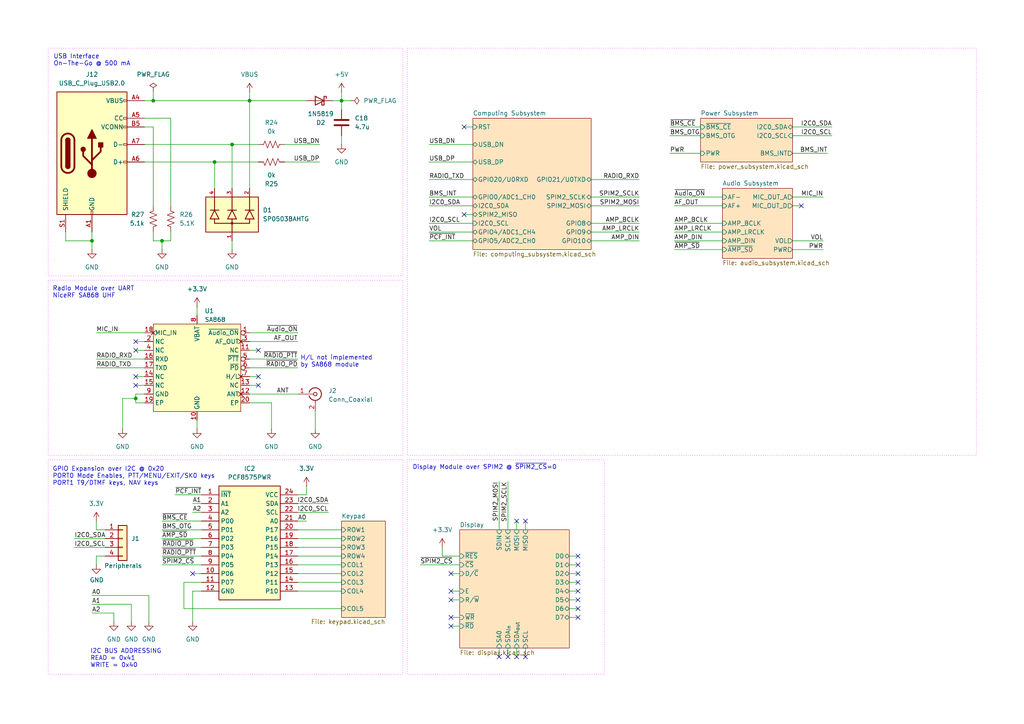
<source format=kicad_sch>
(kicad_sch (version 20231120) (generator "eeschema") (generator_version "8.0")
  (paper "A4")
  (lib_symbols
    (symbol "Cobalt-Cowboy:PCF8575PWR"
      (property "Reference" "IC" (at 24.13 7.62 0))
      (property "Value" "PCF8575PWR" (at 24.13 5.08 0))
      (symbol "PCF8575PWR_1_1"
        (rectangle (start 5.08 2.54) (end 22.86 -30.48) (stroke (width 0.254)) (fill (type background)))
        (pin passive line (at 0 0 0) (length 5.08) (name "~{INT}") (number "1"))
        (pin passive line (at 0 -22.86 0) (length 5.08) (name "P06") (number "10"))
        (pin passive line (at 0 -25.4 0) (length 5.08) (name "P07") (number "11"))
        (pin passive line (at 0 -27.94 0) (length 5.08) (name "GND") (number "12"))
        (pin passive line (at 27.94 -27.94 180) (length 5.08) (name "P10") (number "13"))
        (pin passive line (at 27.94 -25.4 180) (length 5.08) (name "P11") (number "14"))
        (pin passive line (at 27.94 -22.86 180) (length 5.08) (name "P12") (number "15"))
        (pin passive line (at 27.94 -20.32 180) (length 5.08) (name "P13") (number "16"))
        (pin passive line (at 27.94 -17.78 180) (length 5.08) (name "P14") (number "17"))
        (pin passive line (at 27.94 -15.24 180) (length 5.08) (name "P15") (number "18"))
        (pin passive line (at 27.94 -12.7 180) (length 5.08) (name "P16") (number "19"))
        (pin passive line (at 0 -2.54 0) (length 5.08) (name "A1") (number "2"))
        (pin passive line (at 27.94 -10.16 180) (length 5.08) (name "P17") (number "20"))
        (pin passive line (at 27.94 -7.62 180) (length 5.08) (name "A0") (number "21"))
        (pin passive line (at 27.94 -5.08 180) (length 5.08) (name "SCL") (number "22"))
        (pin passive line (at 27.94 -2.54 180) (length 5.08) (name "SDA") (number "23"))
        (pin passive line (at 27.94 0 180) (length 5.08) (name "VCC") (number "24"))
        (pin passive line (at 0 -5.08 0) (length 5.08) (name "A2") (number "3"))
        (pin passive line (at 0 -7.62 0) (length 5.08) (name "P00") (number "4"))
        (pin passive line (at 0 -10.16 0) (length 5.08) (name "P01") (number "5"))
        (pin passive line (at 0 -12.7 0) (length 5.08) (name "P02") (number "6"))
        (pin passive line (at 0 -15.24 0) (length 5.08) (name "P03") (number "7"))
        (pin passive line (at 0 -17.78 0) (length 5.08) (name "P04") (number "8"))
        (pin passive line (at 0 -20.32 0) (length 5.08) (name "P05") (number "9"))
      )
    )
    (symbol "Cobalt-Cowboy:SP0503BAHTG" (pin_names (offset 1.016))
      (property "Reference" "D" (at -5.08 8.382 0))
      (property "Value" "SP0503BAHTG" (at -5.08 -10.16 0))
      (symbol "SP0503BAHTG_0_0"
        (rectangle (start -5.08 -7.62) (end 5.08 7.62) (stroke (width 0.254)) (fill (type background)))
        (circle (center -2.54 0) (radius 0.254) (stroke (width 0.254)))
        (polyline (pts (xy -2.54 -5.08) (xy -1.27 -5.08)) (stroke (width 0.254)))
        (polyline (pts (xy -2.54 0) (xy -5.08 0)) (stroke (width 0.254)))
        (polyline (pts (xy -2.54 0) (xy -2.54 -5.08)) (stroke (width 0.254)))
        (polyline (pts (xy -2.54 0) (xy -2.54 5.08)) (stroke (width 0.254)))
        (polyline (pts (xy -2.54 0) (xy -1.27 0)) (stroke (width 0.254)))
        (polyline (pts (xy -2.54 5.08) (xy -1.27 5.08)) (stroke (width 0.254)))
        (polyline (pts (xy -1.27 -6.35) (xy -1.27 -5.08)) (stroke (width 0.254)))
        (polyline (pts (xy -1.27 -5.08) (xy -1.27 -3.81)) (stroke (width 0.254)))
        (polyline (pts (xy -1.27 -3.81) (xy 1.27 -5.08)) (stroke (width 0.254)))
        (polyline (pts (xy -1.27 -1.27) (xy 1.27 0)) (stroke (width 0.254)))
        (polyline (pts (xy -1.27 0) (xy -1.27 -1.27)) (stroke (width 0.254)))
        (polyline (pts (xy -1.27 0) (xy -1.27 1.27)) (stroke (width 0.254)))
        (polyline (pts (xy -1.27 3.81) (xy 1.27 5.08)) (stroke (width 0.254)))
        (polyline (pts (xy -1.27 5.08) (xy -1.27 3.81)) (stroke (width 0.254)))
        (polyline (pts (xy -1.27 5.08) (xy -1.27 6.35)) (stroke (width 0.254)))
        (polyline (pts (xy 1.27 -5.08) (xy -1.27 -6.35)) (stroke (width 0.254)))
        (polyline (pts (xy 1.27 -5.08) (xy 1.27 -6.35)) (stroke (width 0.254)))
        (polyline (pts (xy 1.27 -5.08) (xy 1.27 -3.81)) (stroke (width 0.254)))
        (polyline (pts (xy 1.27 0) (xy -1.27 1.27)) (stroke (width 0.254)))
        (polyline (pts (xy 1.27 0) (xy 1.27 -1.27)) (stroke (width 0.254)))
        (polyline (pts (xy 1.27 0) (xy 5.08 0)) (stroke (width 0.254)))
        (polyline (pts (xy 1.27 1.27) (xy 1.27 0)) (stroke (width 0.254)))
        (polyline (pts (xy 1.27 5.08) (xy -1.27 6.35)) (stroke (width 0.254)))
        (polyline (pts (xy 1.27 5.08) (xy 1.27 3.81)) (stroke (width 0.254)))
        (polyline (pts (xy 1.27 5.08) (xy 5.08 5.08)) (stroke (width 0.254)))
        (polyline (pts (xy 1.27 6.35) (xy 1.27 5.08)) (stroke (width 0.254)))
        (polyline (pts (xy 5.08 -5.08) (xy 1.27 -5.08)) (stroke (width 0.254)))
        (pin passive line (at -7.62 0 0) (length 2.54) (name "~") (number "1"))
        (pin passive line (at 7.62 5.08 180) (length 2.54) (name "~") (number "2"))
        (pin passive line (at 7.62 0 180) (length 2.54) (name "~") (number "3"))
        (pin passive line (at 7.62 -5.08 180) (length 2.54) (name "~") (number "4"))
      )
    )
    (symbol "Connector:Conn_Coaxial" (pin_names (offset 1.016) hide)
      (property "Reference" "J" (at 0.254 3.048 0))
      (property "Value" "Conn_Coaxial" (at 2.921 0 90))
      (symbol "Conn_Coaxial_0_1"
        (arc (start -1.778 -0.508) (mid 0.2311 -1.8066) (end 1.778 0) (stroke (width 0.254)))
        (polyline (pts (xy -2.54 0) (xy -0.508 0)))
        (polyline (pts (xy 0 -2.54) (xy 0 -1.778)))
        (circle (center 0 0) (radius 0.508) (stroke (width 0.2032)))
        (arc (start 1.778 0) (mid 0.2099 1.8101) (end -1.778 0.508) (stroke (width 0.254)))
      )
      (symbol "Conn_Coaxial_1_1"
        (pin passive line (at -5.08 0 0) (length 2.54) (name "In") (number "1"))
        (pin passive line (at 0 -5.08 90) (length 2.54) (name "Ext") (number "2"))
      )
    )
    (symbol "Connector:USB_C_Plug_USB2.0" (pin_names (offset 1.016))
      (property "Reference" "P" (at -10.16 19.05 0))
      (property "Value" "USB_C_Plug_USB2.0" (at 12.7 19.05 0))
      (symbol "USB_C_Plug_USB2.0_0_0"
        (rectangle (start -0.254 -17.78) (end 0.254 -16.764))
        (rectangle (start 10.16 -2.286) (end 9.144 -2.794))
        (rectangle (start 10.16 2.794) (end 9.144 2.286))
        (rectangle (start 10.16 7.874) (end 9.144 7.366))
        (rectangle (start 10.16 10.414) (end 9.144 9.906))
        (rectangle (start 10.16 15.494) (end 9.144 14.986))
      )
      (symbol "USB_C_Plug_USB2.0_0_1"
        (rectangle (start -10.16 17.78) (end 10.16 -17.78) (stroke (width 0.254)) (fill (type background)))
        (arc (start -8.89 -3.81) (mid -6.985 -5.7067) (end -5.08 -3.81) (stroke (width 0.508)))
        (arc (start -7.62 -3.81) (mid -6.985 -4.4423) (end -6.35 -3.81) (stroke (width 0.254)))
        (arc (start -7.62 -3.81) (mid -6.985 -4.4423) (end -6.35 -3.81) (stroke (width 0.254)) (fill (type outline)))
        (rectangle (start -7.62 -3.81) (end -6.35 3.81) (stroke (width 0.254)) (fill (type outline)))
        (arc (start -6.35 3.81) (mid -6.985 4.4423) (end -7.62 3.81) (stroke (width 0.254)))
        (arc (start -6.35 3.81) (mid -6.985 4.4423) (end -7.62 3.81) (stroke (width 0.254)) (fill (type outline)))
        (arc (start -5.08 3.81) (mid -6.985 5.7067) (end -8.89 3.81) (stroke (width 0.508)))
        (circle (center -2.54 1.143) (radius 0.635) (stroke (width 0.254)) (fill (type outline)))
        (circle (center 0 -5.842) (radius 1.27) (fill (type outline)))
        (polyline (pts (xy -8.89 -3.81) (xy -8.89 3.81)) (stroke (width 0.508)))
        (polyline (pts (xy -5.08 3.81) (xy -5.08 -3.81)) (stroke (width 0.508)))
        (polyline (pts (xy 0 -5.842) (xy 0 4.318)) (stroke (width 0.508)))
        (polyline (pts (xy 0 -3.302) (xy -2.54 -0.762) (xy -2.54 0.508)) (stroke (width 0.508)))
        (polyline (pts (xy 0 -2.032) (xy 2.54 0.508) (xy 2.54 1.778)) (stroke (width 0.508)))
        (polyline (pts (xy -1.27 4.318) (xy 0 6.858) (xy 1.27 4.318) (xy -1.27 4.318)) (stroke (width 0.254)) (fill (type outline)))
        (rectangle (start 1.905 1.778) (end 3.175 3.048) (stroke (width 0.254)) (fill (type outline)))
      )
      (symbol "USB_C_Plug_USB2.0_1_1"
        (pin passive line (at 0 -22.86 90) (length 5.08) (name "GND") (number "A1"))
        (pin passive line (at 0 -22.86 90) (length 5.08) hide (name "GND") (number "A12"))
        (pin passive line (at 15.24 15.24 180) (length 5.08) (name "VBUS") (number "A4"))
        (pin bidirectional line (at 15.24 10.16 180) (length 5.08) (name "CC") (number "A5"))
        (pin bidirectional line (at 15.24 -2.54 180) (length 5.08) (name "D+") (number "A6"))
        (pin bidirectional line (at 15.24 2.54 180) (length 5.08) (name "D-") (number "A7"))
        (pin passive line (at 15.24 15.24 180) (length 5.08) hide (name "VBUS") (number "A9"))
        (pin passive line (at 0 -22.86 90) (length 5.08) hide (name "GND") (number "B1"))
        (pin passive line (at 0 -22.86 90) (length 5.08) hide (name "GND") (number "B12"))
        (pin passive line (at 15.24 15.24 180) (length 5.08) hide (name "VBUS") (number "B4"))
        (pin bidirectional line (at 15.24 7.62 180) (length 5.08) (name "VCONN") (number "B5"))
        (pin passive line (at 15.24 15.24 180) (length 5.08) hide (name "VBUS") (number "B9"))
        (pin passive line (at -7.62 -22.86 90) (length 5.08) (name "SHIELD") (number "S1"))
      )
    )
    (symbol "Connector_Generic:Conn_01x04" (pin_names (offset 1.016) hide)
      (property "Reference" "J" (at 0 5.08 0))
      (property "Value" "Conn_01x04" (at 0 -7.62 0))
      (symbol "Conn_01x04_1_1"
        (rectangle (start -1.27 -4.953) (end 0 -5.207) (stroke (width 0.1524)))
        (rectangle (start -1.27 -2.413) (end 0 -2.667) (stroke (width 0.1524)))
        (rectangle (start -1.27 0.127) (end 0 -0.127) (stroke (width 0.1524)))
        (rectangle (start -1.27 2.667) (end 0 2.413) (stroke (width 0.1524)))
        (rectangle (start -1.27 3.81) (end 1.27 -6.35) (stroke (width 0.254)) (fill (type background)))
        (pin passive line (at -5.08 2.54 0) (length 3.81) (name "Pin_1") (number "1"))
        (pin passive line (at -5.08 0 0) (length 3.81) (name "Pin_2") (number "2"))
        (pin passive line (at -5.08 -2.54 0) (length 3.81) (name "Pin_3") (number "3"))
        (pin passive line (at -5.08 -5.08 0) (length 3.81) (name "Pin_4") (number "4"))
      )
    )
    (symbol "Device:C" (pin_numbers hide) (pin_names (offset 0.254))
      (property "Reference" "C" (at 0.635 2.54 0))
      (property "Value" "C" (at 0.635 -2.54 0))
      (symbol "C_0_1"
        (polyline (pts (xy -2.032 -0.762) (xy 2.032 -0.762)) (stroke (width 0.508)))
        (polyline (pts (xy -2.032 0.762) (xy 2.032 0.762)) (stroke (width 0.508)))
      )
      (symbol "C_1_1"
        (pin passive line (at 0 3.81 270) (length 2.794) (name "~") (number "1"))
        (pin passive line (at 0 -3.81 90) (length 2.794) (name "~") (number "2"))
      )
    )
    (symbol "Device:R_US" (pin_numbers hide) (pin_names (offset 0))
      (property "Reference" "R" (at 2.54 0 90))
      (property "Value" "R_US" (at -2.54 0 90))
      (symbol "R_US_0_1"
        (polyline (pts (xy 0 -2.286) (xy 0 -2.54)))
        (polyline (pts (xy 0 2.286) (xy 0 2.54)))
        (polyline (pts (xy 0 -0.762) (xy 1.016 -1.143) (xy 0 -1.524) (xy -1.016 -1.905) (xy 0 -2.286)))
        (polyline (pts (xy 0 0.762) (xy 1.016 0.381) (xy 0 0) (xy -1.016 -0.381) (xy 0 -0.762)))
        (polyline (pts (xy 0 2.286) (xy 1.016 1.905) (xy 0 1.524) (xy -1.016 1.143) (xy 0 0.762)))
      )
      (symbol "R_US_1_1"
        (pin passive line (at 0 3.81 270) (length 1.27) (name "~") (number "1"))
        (pin passive line (at 0 -3.81 90) (length 1.27) (name "~") (number "2"))
      )
    )
    (symbol "Diode:1N5819" (pin_numbers hide) (pin_names (offset 1.016) hide)
      (property "Reference" "D" (at 0 2.54 0))
      (property "Value" "1N5819" (at 0 -2.54 0))
      (symbol "1N5819_0_1"
        (polyline (pts (xy 1.27 0) (xy -1.27 0)))
        (polyline (pts (xy 1.27 1.27) (xy 1.27 -1.27) (xy -1.27 0) (xy 1.27 1.27)) (stroke (width 0.254)))
        (polyline (pts (xy -1.905 0.635) (xy -1.905 1.27) (xy -1.27 1.27) (xy -1.27 -1.27) (xy -0.635 -1.27) (xy -0.635 -0.635)) (stroke (width 0.254)))
      )
      (symbol "1N5819_1_1"
        (pin passive line (at -3.81 0 0) (length 2.54) (name "K") (number "1"))
        (pin passive line (at 3.81 0 180) (length 2.54) (name "A") (number "2"))
      )
    )
    (symbol "power:+3.3V" (power) (pin_numbers hide) (pin_names (offset 0) hide)
      (property "Value" "+3.3V" (at 0 3.556 0))
      (symbol "+3.3V_0_1"
        (polyline (pts (xy -0.762 1.27) (xy 0 2.54)))
        (polyline (pts (xy 0 0) (xy 0 2.54)))
        (polyline (pts (xy 0 2.54) (xy 0.762 1.27)))
      )
      (symbol "+3.3V_1_1"
        (pin power_in line (at 0 0 90) (length 0) (name "~") (number "1"))
      )
    )
    (symbol "power:GND" (power) (pin_numbers hide) (pin_names (offset 0) hide)
      (property "Value" "GND" (at 0 -3.81 0))
      (symbol "GND_0_1"
        (polyline (pts (xy 0 0) (xy 0 -1.27) (xy 1.27 -1.27) (xy 0 -2.54) (xy -1.27 -1.27) (xy 0 -1.27)))
      )
      (symbol "GND_1_1"
        (pin power_in line (at 0 0 270) (length 0) (name "~") (number "1"))
      )
    )
    (symbol "power:PWR_FLAG" (power) (pin_numbers hide) (pin_names (offset 0) hide)
      (property "Value" "PWR_FLAG" (at 0 3.81 0))
      (symbol "PWR_FLAG_0_0"
        (pin power_out line (at 0 0 90) (length 0) (name "~") (number "1"))
      )
      (symbol "PWR_FLAG_0_1"
        (polyline (pts (xy 0 0) (xy 0 1.27) (xy -1.016 1.905) (xy 0 2.54) (xy 1.016 1.905) (xy 0 1.27)))
      )
    )
    (symbol "power:VCC" (power) (pin_numbers hide) (pin_names (offset 0) hide)
      (property "Value" "VCC" (at 0 3.556 0))
      (symbol "VCC_0_1"
        (polyline (pts (xy -0.762 1.27) (xy 0 2.54)))
        (polyline (pts (xy 0 0) (xy 0 2.54)))
        (polyline (pts (xy 0 2.54) (xy 0.762 1.27)))
      )
      (symbol "VCC_1_1"
        (pin power_in line (at 0 0 90) (length 0) (name "~") (number "1"))
      )
    )
    (symbol "spur-demo:SA868"
      (property "Reference" "U" (at 5.842 0 0))
      (symbol "SA868_1_1"
        (rectangle (start -12.7 -1.27) (end 12.7 -26.67) (fill (type background)))
        (pin output inverted (at 15.24 -3.81 180) (length 2.54) (name "~{Audio_ON}") (number "1"))
        (pin power_in line (at 0 -29.21 90) (length 2.54) (name "GND") (number "10"))
        (pin unspecified line (at 15.24 -8.89 180) (length 2.54) (name "NC") (number "11"))
        (pin output non_logic (at 15.24 -21.59 180) (length 2.54) (name "ANT") (number "12"))
        (pin unspecified line (at 15.24 -19.05 180) (length 2.54) (name "NC") (number "13"))
        (pin unspecified line (at -15.24 -16.51 0) (length 2.54) (name "NC") (number "14"))
        (pin unspecified line (at -15.24 -19.05 0) (length 2.54) (name "NC") (number "15"))
        (pin input line (at -15.24 -11.43 0) (length 2.54) (name "RXD") (number "16"))
        (pin output line (at -15.24 -13.97 0) (length 2.54) (name "TXD") (number "17"))
        (pin input non_logic (at -15.24 -3.81 0) (length 2.54) (name "MIC_IN") (number "18"))
        (pin power_in line (at -15.24 -24.13 0) (length 2.54) (name "EP") (number "19"))
        (pin unspecified line (at -15.24 -6.35 0) (length 2.54) (name "NC") (number "2"))
        (pin power_in line (at 15.24 -24.13 180) (length 2.54) (name "EP") (number "20"))
        (pin output non_logic (at 15.24 -6.35 180) (length 2.54) (name "AF_OUT") (number "3"))
        (pin unspecified line (at -15.24 -8.89 0) (length 2.54) (name "NC") (number "4"))
        (pin input inverted (at 15.24 -11.43 180) (length 2.54) (name "~{PTT}") (number "5"))
        (pin input inverted (at 15.24 -13.97 180) (length 2.54) (name "~{PD}") (number "6"))
        (pin input non_logic (at 15.24 -16.51 180) (length 2.54) (name "H/L") (number "7"))
        (pin power_in line (at 0 1.27 270) (length 2.54) (name "VBAT") (number "8"))
        (pin power_in line (at -15.24 -21.59 0) (length 2.54) (name "GND") (number "9"))
      )
    )
  )
  (junction (at 39.37 115.57))
  (junction (at 44.45 29.21))
  (junction (at 46.99 69.85))
  (junction (at 72.39 29.21))
  (junction (at 26.67 69.85))
  (junction (at 62.23 46.99))
  (junction (at 67.31 41.91))
  (junction (at 99.06 29.21))
  (no_connect (at 167.64 171.45))
  (no_connect (at 130.81 171.45))
  (no_connect (at 39.37 109.22))
  (no_connect (at 167.64 163.83))
  (no_connect (at 144.78 190.5))
  (no_connect (at 167.64 179.07))
  (no_connect (at 167.64 166.37))
  (no_connect (at 134.62 62.23))
  (no_connect (at 152.4 151.13))
  (no_connect (at 39.37 99.06))
  (no_connect (at 39.37 111.76))
  (no_connect (at 147.32 190.5))
  (no_connect (at 39.37 101.6))
  (no_connect (at 134.62 36.83))
  (no_connect (at 232.41 59.69))
  (no_connect (at 167.64 161.29))
  (no_connect (at 74.93 101.6))
  (no_connect (at 149.86 190.5))
  (no_connect (at 167.64 168.91))
  (no_connect (at 74.93 111.76))
  (no_connect (at 130.81 173.99))
  (no_connect (at 74.93 109.22))
  (no_connect (at 130.81 179.07))
  (no_connect (at 130.81 166.37))
  (no_connect (at 55.88 166.37))
  (no_connect (at 167.64 176.53))
  (no_connect (at 130.81 181.61))
  (no_connect (at 149.86 151.13))
  (no_connect (at 152.4 190.5))
  (no_connect (at 167.64 173.99))
  (wire (pts (xy 67.31 72.39) (xy 67.31 69.85)))
  (wire (pts (xy 124.46 52.07) (xy 137.16 52.07)))
  (wire (pts (xy 55.88 171.45) (xy 55.88 180.34)))
  (wire (pts (xy 44.45 69.85) (xy 44.45 67.31)))
  (wire (pts (xy 30.48 158.75) (xy 21.59 158.75)))
  (wire (pts (xy 152.4 151.13) (xy 152.4 153.67)))
  (wire (pts (xy 165.1 176.53) (xy 167.64 176.53)))
  (wire (pts (xy 43.18 172.72) (xy 26.67 172.72)))
  (wire (pts (xy 55.88 148.59) (xy 58.42 148.59)))
  (wire (pts (xy 99.06 41.91) (xy 99.06 39.37)))
  (wire (pts (xy 74.93 101.6) (xy 72.39 101.6)))
  (wire (pts (xy 33.02 177.8) (xy 33.02 180.34)))
  (wire (pts (xy 86.36 168.91) (xy 99.06 168.91)))
  (wire (pts (xy 185.42 52.07) (xy 171.45 52.07)))
  (wire (pts (xy 88.9 140.97) (xy 88.9 143.51)))
  (wire (pts (xy 55.88 146.05) (xy 58.42 146.05)))
  (wire (pts (xy 74.93 111.76) (xy 72.39 111.76)))
  (wire (pts (xy 39.37 101.6) (xy 41.91 101.6)))
  (wire (pts (xy 124.46 67.31) (xy 137.16 67.31)))
  (wire (pts (xy 38.1 175.26) (xy 26.67 175.26)))
  (wire (pts (xy 62.23 46.99) (xy 62.23 54.61)))
  (wire (pts (xy 229.87 39.37) (xy 241.3 39.37)))
  (wire (pts (xy 26.67 69.85) (xy 26.67 72.39)))
  (wire (pts (xy 46.99 72.39) (xy 46.99 69.85)))
  (wire (pts (xy 238.76 57.15) (xy 229.87 57.15)))
  (wire (pts (xy 72.39 106.68) (xy 86.36 106.68)))
  (wire (pts (xy 99.06 29.21) (xy 99.06 31.75)))
  (wire (pts (xy 86.36 163.83) (xy 99.06 163.83)))
  (wire (pts (xy 128.27 158.75) (xy 128.27 161.29)))
  (wire (pts (xy 86.36 171.45) (xy 99.06 171.45)))
  (wire (pts (xy 78.74 124.46) (xy 78.74 116.84)))
  (wire (pts (xy 39.37 115.57) (xy 39.37 116.84)))
  (wire (pts (xy 195.58 72.39) (xy 209.55 72.39)))
  (wire (pts (xy 165.1 168.91) (xy 167.64 168.91)))
  (wire (pts (xy 41.91 41.91) (xy 67.31 41.91)))
  (wire (pts (xy 133.35 179.07) (xy 130.81 179.07)))
  (wire (pts (xy 72.39 99.06) (xy 86.36 99.06)))
  (wire (pts (xy 27.94 151.13) (xy 27.94 153.67)))
  (wire (pts (xy 137.16 64.77) (xy 124.46 64.77)))
  (wire (pts (xy 57.15 121.92) (xy 57.15 124.46)))
  (wire (pts (xy 41.91 46.99) (xy 62.23 46.99)))
  (wire (pts (xy 238.76 72.39) (xy 229.87 72.39)))
  (wire (pts (xy 53.34 168.91) (xy 58.42 168.91)))
  (wire (pts (xy 229.87 59.69) (xy 232.41 59.69)))
  (wire (pts (xy 27.94 153.67) (xy 30.48 153.67)))
  (wire (pts (xy 27.94 106.68) (xy 41.91 106.68)))
  (wire (pts (xy 26.67 67.31) (xy 26.67 69.85)))
  (wire (pts (xy 133.35 166.37) (xy 130.81 166.37)))
  (wire (pts (xy 57.15 88.9) (xy 57.15 91.44)))
  (wire (pts (xy 124.46 69.85) (xy 137.16 69.85)))
  (wire (pts (xy 92.71 46.99) (xy 82.55 46.99)))
  (wire (pts (xy 152.4 187.96) (xy 152.4 190.5)))
  (wire (pts (xy 44.45 29.21) (xy 72.39 29.21)))
  (wire (pts (xy 144.78 187.96) (xy 144.78 190.5)))
  (wire (pts (xy 144.78 153.67) (xy 144.78 139.7)))
  (wire (pts (xy 27.94 161.29) (xy 30.48 161.29)))
  (wire (pts (xy 46.99 163.83) (xy 58.42 163.83)))
  (wire (pts (xy 147.32 187.96) (xy 147.32 190.5)))
  (wire (pts (xy 130.81 181.61) (xy 133.35 181.61)))
  (wire (pts (xy 229.87 44.45) (xy 240.03 44.45)))
  (wire (pts (xy 137.16 59.69) (xy 124.46 59.69)))
  (wire (pts (xy 86.36 161.29) (xy 99.06 161.29)))
  (wire (pts (xy 43.18 180.34) (xy 43.18 172.72)))
  (wire (pts (xy 39.37 99.06) (xy 41.91 99.06)))
  (wire (pts (xy 72.39 26.67) (xy 72.39 29.21)))
  (wire (pts (xy 203.2 39.37) (xy 194.31 39.37)))
  (wire (pts (xy 209.55 59.69) (xy 195.58 59.69)))
  (wire (pts (xy 86.36 156.21) (xy 99.06 156.21)))
  (wire (pts (xy 72.39 116.84) (xy 78.74 116.84)))
  (wire (pts (xy 137.16 36.83) (xy 134.62 36.83)))
  (wire (pts (xy 27.94 104.14) (xy 41.91 104.14)))
  (wire (pts (xy 44.45 26.67) (xy 44.45 29.21)))
  (wire (pts (xy 203.2 36.83) (xy 194.31 36.83)))
  (wire (pts (xy 41.91 29.21) (xy 44.45 29.21)))
  (wire (pts (xy 86.36 158.75) (xy 99.06 158.75)))
  (wire (pts (xy 165.1 161.29) (xy 167.64 161.29)))
  (wire (pts (xy 171.45 57.15) (xy 185.42 57.15)))
  (wire (pts (xy 46.99 161.29) (xy 58.42 161.29)))
  (wire (pts (xy 27.94 96.52) (xy 41.91 96.52)))
  (wire (pts (xy 35.56 115.57) (xy 35.56 124.46)))
  (wire (pts (xy 137.16 57.15) (xy 124.46 57.15)))
  (wire (pts (xy 86.36 148.59) (xy 95.25 148.59)))
  (wire (pts (xy 165.1 173.99) (xy 167.64 173.99)))
  (wire (pts (xy 19.05 69.85) (xy 26.67 69.85)))
  (wire (pts (xy 35.56 115.57) (xy 39.37 115.57)))
  (wire (pts (xy 72.39 109.22) (xy 74.93 109.22)))
  (wire (pts (xy 44.45 36.83) (xy 41.91 36.83)))
  (wire (pts (xy 41.91 114.3) (xy 39.37 114.3)))
  (wire (pts (xy 49.53 34.29) (xy 49.53 59.69)))
  (wire (pts (xy 149.86 151.13) (xy 149.86 153.67)))
  (wire (pts (xy 39.37 116.84) (xy 41.91 116.84)))
  (wire (pts (xy 49.53 69.85) (xy 49.53 67.31)))
  (wire (pts (xy 121.92 163.83) (xy 133.35 163.83)))
  (wire (pts (xy 67.31 41.91) (xy 67.31 54.61)))
  (wire (pts (xy 53.34 176.53) (xy 99.06 176.53)))
  (wire (pts (xy 91.44 119.38) (xy 91.44 124.46)))
  (wire (pts (xy 165.1 179.07) (xy 167.64 179.07)))
  (wire (pts (xy 195.58 64.77) (xy 209.55 64.77)))
  (wire (pts (xy 185.42 67.31) (xy 171.45 67.31)))
  (wire (pts (xy 72.39 29.21) (xy 88.9 29.21)))
  (wire (pts (xy 55.88 171.45) (xy 58.42 171.45)))
  (wire (pts (xy 44.45 36.83) (xy 44.45 59.69)))
  (wire (pts (xy 130.81 173.99) (xy 133.35 173.99)))
  (wire (pts (xy 74.93 41.91) (xy 67.31 41.91)))
  (wire (pts (xy 165.1 166.37) (xy 167.64 166.37)))
  (wire (pts (xy 86.36 166.37) (xy 99.06 166.37)))
  (wire (pts (xy 128.27 161.29) (xy 133.35 161.29)))
  (wire (pts (xy 49.53 69.85) (xy 46.99 69.85)))
  (wire (pts (xy 49.53 34.29) (xy 41.91 34.29)))
  (wire (pts (xy 134.62 62.23) (xy 137.16 62.23)))
  (wire (pts (xy 165.1 163.83) (xy 167.64 163.83)))
  (wire (pts (xy 46.99 156.21) (xy 58.42 156.21)))
  (wire (pts (xy 195.58 69.85) (xy 209.55 69.85)))
  (wire (pts (xy 30.48 156.21) (xy 21.59 156.21)))
  (wire (pts (xy 99.06 26.67) (xy 99.06 29.21)))
  (wire (pts (xy 92.71 41.91) (xy 82.55 41.91)))
  (wire (pts (xy 185.42 64.77) (xy 171.45 64.77)))
  (wire (pts (xy 72.39 114.3) (xy 86.36 114.3)))
  (wire (pts (xy 50.8 143.51) (xy 58.42 143.51)))
  (wire (pts (xy 124.46 41.91) (xy 137.16 41.91)))
  (wire (pts (xy 149.86 187.96) (xy 149.86 190.5)))
  (wire (pts (xy 38.1 180.34) (xy 38.1 175.26)))
  (wire (pts (xy 171.45 59.69) (xy 185.42 59.69)))
  (wire (pts (xy 101.6 29.21) (xy 99.06 29.21)))
  (wire (pts (xy 86.36 153.67) (xy 99.06 153.67)))
  (wire (pts (xy 39.37 109.22) (xy 41.91 109.22)))
  (wire (pts (xy 99.06 29.21) (xy 96.52 29.21)))
  (wire (pts (xy 72.39 104.14) (xy 86.36 104.14)))
  (wire (pts (xy 53.34 176.53) (xy 53.34 168.91)))
  (wire (pts (xy 27.94 163.83) (xy 27.94 161.29)))
  (wire (pts (xy 26.67 177.8) (xy 33.02 177.8)))
  (wire (pts (xy 72.39 29.21) (xy 72.39 54.61)))
  (wire (pts (xy 88.9 151.13) (xy 86.36 151.13)))
  (wire (pts (xy 229.87 36.83) (xy 241.3 36.83)))
  (wire (pts (xy 55.88 166.37) (xy 58.42 166.37)))
  (wire (pts (xy 209.55 57.15) (xy 195.58 57.15)))
  (wire (pts (xy 165.1 171.45) (xy 167.64 171.45)))
  (wire (pts (xy 39.37 115.57) (xy 39.37 114.3)))
  (wire (pts (xy 62.23 46.99) (xy 74.93 46.99)))
  (wire (pts (xy 238.76 69.85) (xy 229.87 69.85)))
  (wire (pts (xy 147.32 153.67) (xy 147.32 139.7)))
  (wire (pts (xy 86.36 146.05) (xy 95.25 146.05)))
  (wire (pts (xy 88.9 143.51) (xy 86.36 143.51)))
  (wire (pts (xy 185.42 69.85) (xy 171.45 69.85)))
  (wire (pts (xy 194.31 44.45) (xy 203.2 44.45)))
  (wire (pts (xy 58.42 151.13) (xy 46.99 151.13)))
  (wire (pts (xy 58.42 153.67) (xy 46.99 153.67)))
  (wire (pts (xy 39.37 111.76) (xy 41.91 111.76)))
  (wire (pts (xy 124.46 46.99) (xy 137.16 46.99)))
  (wire (pts (xy 46.99 69.85) (xy 44.45 69.85)))
  (wire (pts (xy 72.39 96.52) (xy 86.36 96.52)))
  (wire (pts (xy 19.05 67.31) (xy 19.05 69.85)))
  (wire (pts (xy 195.58 67.31) (xy 209.55 67.31)))
  (wire (pts (xy 133.35 171.45) (xy 130.81 171.45)))
  (wire (pts (xy 58.42 158.75) (xy 46.99 158.75)))
  (rectangle (start 118.11 13.97) (end 283.21 132.08) (stroke (width 0) (type dot) (color 255 0 255 1)))
  (rectangle (start 13.97 81.28) (end 116.84 132.08) (stroke (width 0) (type dot) (color 255 0 255 1)))
  (rectangle (start 13.97 13.97) (end 116.84 80.01) (stroke (width 0) (type dot) (color 255 0 255 1)))
  (rectangle (start 13.97 133.35) (end 116.84 195.58) (stroke (width 0) (type dot) (color 255 0 255 1)))
  (rectangle (start 118.11 133.35) (end 175.26 195.58) (stroke (width 0) (type dot) (color 255 0 255 1)))
  (text "GPIO Expansion over I2C @ 0x20\nPORT0 Mode Enables, PTT/MENU/EXIT/SK0 keys\nPORT1 T9/DTMF keys, NAV keys\n" (at 15.24 135.382 0) (effects (font (size 1.27 1.27)) (justify left top)))
  (text "USB Interface\nOn-The-Go @ 500 mA" (at 15.494 15.748 0) (effects (font (size 1.27 1.27)) (justify left top)))
  (text "H/L not implemented\nby SA868 module" (at 87.122 103.124 0) (effects (font (size 1.27 1.27)) (justify left top)))
  (text "I2C BUS ADDRESSING\nREAD = 0x41\nWRITE = 0x40" (at 26.162 188.214 0) (effects (font (size 1.27 1.27)) (justify left top)))
  (text "Radio Module over UART\nNiceRF SA868 UHF" (at 15.24 83.058 0) (effects (font (size 1.27 1.27)) (justify left top)))
  (text "Display Module over SPIM2 @ ~{SPIM2_CS}=0" (at 119.634 134.874 0) (effects (font (size 1.27 1.27)) (justify left top)))
  (label "A2" (at 26.67 177.8 0))
  (label "~{SPIM2_CS}" (at 121.92 163.83 0))
  (label "~{RADIO_PD}" (at 46.99 158.75 0))
  (label "A0" (at 88.9 151.13 180))
  (label "RADIO_TXD" (at 27.94 106.68 0))
  (label "USB_DN" (at 124.46 41.91 0))
  (label "AF_OUT" (at 86.36 99.06 180))
  (label "A1" (at 55.88 146.05 0))
  (label "I2C0_SCL" (at 124.46 64.77 0))
  (label "RADIO_RXD" (at 185.42 52.07 180))
  (label "AMP_BCLK" (at 185.42 64.77 180))
  (label "VOL" (at 238.76 69.85 180))
  (label "AMP_DIN" (at 185.42 69.85 180))
  (label "RADIO_TXD" (at 124.46 52.07 0))
  (label "AMP_DIN" (at 195.58 69.85 0))
  (label "~{SPIM2_CS}" (at 46.99 163.83 0))
  (label "MIC_IN" (at 27.94 96.52 0))
  (label "BMS_OTG" (at 194.31 39.37 0))
  (label "BMS_INT" (at 240.03 44.45 180))
  (label "~{Audio_ON}" (at 86.36 96.52 180))
  (label "AF_OUT" (at 195.58 59.69 0))
  (label "I2C0_SDA" (at 124.46 59.69 0))
  (label "I2C0_SCL" (at 241.3 39.37 180))
  (label "USB_DP" (at 92.71 46.99 180))
  (label "~{RADIO_PTT}" (at 46.99 161.29 0))
  (label "SPIM2_SCLK" (at 185.42 57.15 180))
  (label "PWR" (at 194.31 44.45 0))
  (label "BMS_OTG" (at 46.99 153.67 0))
  (label "BMS_INT" (at 124.46 57.15 0))
  (label "A0" (at 26.67 172.72 0))
  (label "~{PCF_INT}" (at 124.46 69.85 0))
  (label "AMP_BCLK" (at 195.58 64.77 0))
  (label "ANT" (at 83.82 114.3 180))
  (label "USB_DN" (at 92.71 41.91 180))
  (label "~{Audio_ON}" (at 195.58 57.15 0))
  (label "RADIO_RXD" (at 27.94 104.14 0))
  (label "AMP_LRCLK" (at 185.42 67.31 180))
  (label "I2C0_SCL" (at 95.25 148.59 180))
  (label "I2C0_SDA" (at 95.25 146.05 180))
  (label "~{AMP_SD}" (at 195.58 72.39 0))
  (label "~{AMP_SD}" (at 46.99 156.21 0))
  (label "PWR" (at 238.76 72.39 180))
  (label "~{RADIO_PTT}" (at 86.36 104.14 180))
  (label "A2" (at 55.88 148.59 0))
  (label "~{BMS_CE}" (at 46.99 151.13 0))
  (label "I2C0_SDA" (at 241.3 36.83 180))
  (label "SPIM2_MOSI" (at 185.42 59.69 180))
  (label "MIC_IN" (at 238.76 57.15 180))
  (label "VOL" (at 124.46 67.31 0))
  (label "USB_DP" (at 124.46 46.99 0))
  (label "SPIM2_SCLK" (at 147.32 139.7 270))
  (label "~{RADIO_PD}" (at 86.36 106.68 180))
  (label "~{PCF_INT}" (at 50.8 143.51 0))
  (label "~{BMS_CE}" (at 194.31 36.83 0))
  (label "AMP_LRCLK" (at 195.58 67.31 0))
  (label "I2C0_SCL" (at 21.59 158.75 0))
  (label "I2C0_SDA" (at 21.59 156.21 0))
  (label "SPIM2_MOSI" (at 144.78 139.7 270))
  (label "A1" (at 26.67 175.26 0))
  (symbol (lib_id "power:GND") (at 67.31 72.39 0) (mirror y) (unit 1)
    (property "Reference" "#PWR056" (effects (hide yes)))
    (property "Value" "GND" (at 67.31 77.47 0))
    (property "Description" "Power symbol creates a global label with name \"GND\" , ground" (effects (hide yes)))
  )
  (symbol (lib_id "spur-demo:SA868") (at 57.15 92.71 0) (unit 1)
    (property "Reference" "U1" (at 59.3441 90.17 0) (effects (justify left)))
    (property "Value" "SA868" (at 59.3441 92.71 0) (effects (justify left)))
    (property "Footprint" "sa8x8:G-NICERF_SA868" (effects (hide yes)))
    (property "Datasheet" "https://www.lcsc.com/datasheet/lcsc_datasheet_2204251600_G-NiceRF-SA868-U_C3001507.pdf" (effects (hide yes)))
    (property "Description" "NiceRF SA868 2W Embedded Walkie Talkie Module" (effects (hide yes)))
  )
  (symbol (lib_id "power:GND") (at 99.06 41.91 0) (unit 1)
    (property "Reference" "#PWR059" (effects (hide yes)))
    (property "Value" "GND" (at 99.06 46.99 0))
    (property "Description" "Power symbol creates a global label with name \"GND\" , ground" (effects (hide yes)))
  )
  (symbol (lib_id "power:PWR_FLAG") (at 44.45 26.67 0) (unit 1)
    (property "Reference" "#FLG05" (effects (hide yes)))
    (property "Value" "PWR_FLAG" (at 44.45 21.59 0))
    (property "Description" "Special symbol for telling ERC where power comes from" (effects (hide yes)))
  )
  (symbol (lib_id "Device:C") (at 99.06 35.56 0) (unit 1)
    (property "Reference" "C18" (at 102.87 34.2899 0) (effects (justify left)))
    (property "Value" "4.7u" (at 102.87 36.8299 0) (effects (justify left)))
    (property "Footprint" "Capacitor_SMD:C_0603_1608Metric" (effects (hide yes)))
    (property "Description" "Unpolarized capacitor" (effects (hide yes)))
  )
  (symbol (lib_id "power:GND") (at 46.99 72.39 0) (mirror y) (unit 1)
    (property "Reference" "#PWR020" (effects (hide yes)))
    (property "Value" "GND" (at 46.99 77.47 0))
    (property "Description" "Power symbol creates a global label with name \"GND\" , ground" (effects (hide yes)))
  )
  (symbol (lib_id "power:GND") (at 33.02 180.34 0) (unit 1)
    (property "Reference" "#PWR08" (effects (hide yes)))
    (property "Value" "GND" (at 33.02 185.42 0))
    (property "Description" "Power symbol creates a global label with name \"GND\" , ground" (effects (hide yes)))
  )
  (symbol (lib_id "Cobalt-Cowboy:PCF8575PWR") (at 58.42 143.51 0) (unit 1)
    (property "Reference" "IC2" (at 72.39 135.89 0))
    (property "Value" "PCF8575PWR" (at 72.39 138.43 0))
    (property "Footprint" "Cobalt_Cowboy:SOP65P640X120-24N_PCF8575PWR" (effects (hide yes)))
    (property "Datasheet" "http://www.ti.com/lit/gpn/pcf8575" (effects (hide yes)))
    (property "Description" "Remote 16-Bit I2C and SMBus I/O Expander with Interrupt Output" (effects (hide yes)))
    (property "Height" "1.2" (effects (hide yes)))
    (property "Manufacturer_Name" "Texas Instruments" (effects (hide yes)))
    (property "Manufacturer_Part_Number" "PCF8575PWR" (effects (hide yes)))
    (property "Mouser Part Number" "595-PCF8575PWR" (effects (hide yes)))
    (property "Mouser Price/Stock" "https://www.mouser.co.uk/ProductDetail/Texas-Instruments/PCF8575PWR?qs=wgAEGBTxy7lfNLEoaenBaA%3D%3D" (effects (hide yes)))
    (property "Arrow Part Number" "PCF8575PWR" (effects (hide yes)))
    (property "Arrow Price/Stock" "https://www.arrow.com/en/products/pcf8575pwr/texas-instruments?region=nac" (effects (hide yes)))
  )
  (symbol (lib_id "Diode:1N5819") (at 92.71 29.21 0) (mirror y) (unit 1)
    (property "Reference" "D2" (at 93.0275 35.56 0))
    (property "Value" "1N5819" (at 93.0275 33.02 0))
    (property "Footprint" "Diode_THT:D_DO-41_SOD81_P10.16mm_Horizontal" (effects (hide yes)))
    (property "Datasheet" "http://www.vishay.com/docs/88525/1n5817.pdf" (effects (hide yes)))
    (property "Description" "40V 1A Schottky Barrier Rectifier Diode, DO-41" (effects (hide yes)))
  )
  (symbol (lib_id "Device:R_US") (at 78.74 41.91 90) (unit 1)
    (property "Reference" "R24" (at 78.74 35.56 90))
    (property "Value" "0k" (at 78.74 38.1 90))
    (property "Footprint" "Resistor_SMD:R_0603_1608Metric" (effects (hide yes)))
    (property "Description" "Resistor, US symbol" (effects (hide yes)))
  )
  (symbol (lib_id "Cobalt-Cowboy:SP0503BAHTG") (at 67.31 62.23 270) (mirror x) (unit 1)
    (property "Reference" "D1" (at 76.2 60.9599 90) (effects (justify left)))
    (property "Value" "SP0503BAHTG" (at 76.2 63.4999 90) (effects (justify left)))
    (property "Footprint" "SP0503BAHTG:SOT143" (effects (hide yes)))
    (property "Description" "ESD Suppressor TVS Uni-Dir 5.5V 4-Pin SOT-143 T/R" (effects (hide yes)))
    (property "MF" "Littelfuse" (effects (hide yes)))
    (property "PACKAGE" "None" (effects (hide yes)))
    (property "PRICE" "None" (effects (hide yes)))
    (property "Package" "None" (effects (hide yes)))
    (property "Check_prices" "https://www.snapeda.com/parts/SP0503BAHTG/Ersa/view-part/?ref=eda" (effects (hide yes)))
    (property "Price" "None" (effects (hide yes)))
    (property "SnapEDA_Link" "https://www.snapeda.com/parts/SP0503BAHTG/Ersa/view-part/?ref=snap" (effects (hide yes)))
    (property "MP" "SP0503BAHTG" (effects (hide yes)))
    (property "Description_1" "\nESD Suppressor TVS Uni-Dir 5.5V 4-Pin SOT-143 T/R\n" (effects (hide yes)))
    (property "Availability" "In Stock" (effects (hide yes)))
    (property "AVAILABILITY" "In Stock" (effects (hide yes)))
    (property "PURCHASE-URL" "https://pricing.snapeda.com/search/part/SP0503BAHTG/?ref=eda" (effects (hide yes)))
  )
  (symbol (lib_id "power:VCC") (at 99.06 26.67 0) (mirror y) (unit 1)
    (property "Reference" "#PWR058" (effects (hide yes)))
    (property "Value" "+5V" (at 99.06 21.59 0))
    (property "Description" "Power symbol creates a global label with name \"VCC\"" (effects (hide yes)))
  )
  (symbol (lib_id "power:GND") (at 57.15 124.46 0) (mirror y) (unit 1)
    (property "Reference" "#PWR07" (effects (hide yes)))
    (property "Value" "GND" (at 57.15 129.54 0))
    (property "Description" "Power symbol creates a global label with name \"GND\" , ground" (effects (hide yes)))
  )
  (symbol (lib_id "Connector_Generic:Conn_01x04") (at 35.56 156.21 0) (unit 1)
    (property "Reference" "J1" (at 38.1 156.2099 0) (effects (justify left)))
    (property "Value" "Peripherals" (at 30.226 164.084 0) (effects (justify left)))
    (property "Footprint" "Connector_JST:JST_EH_B4B-EH-A_1x04_P2.50mm_Vertical" (effects (hide yes)))
    (property "Description" "Generic connector, single row, 01x04, script generated (kicad-library-utils/schlib/autogen/connector/)" (effects (hide yes)))
  )
  (symbol (lib_id "power:GND") (at 78.74 124.46 0) (unit 1)
    (property "Reference" "#PWR02" (effects (hide yes)))
    (property "Value" "GND" (at 78.74 129.54 0))
    (property "Description" "Power symbol creates a global label with name \"GND\" , ground" (effects (hide yes)))
  )
  (symbol (lib_id "Device:R_US") (at 49.53 63.5 180) (unit 1)
    (property "Reference" "R26" (at 52.07 62.2299 0) (effects (justify right)))
    (property "Value" "5.1K" (at 52.07 64.7699 0) (effects (justify right)))
    (property "Footprint" "Resistor_SMD:R_0603_1608Metric" (effects (hide yes)))
    (property "Description" "Resistor, US symbol" (effects (hide yes)))
  )
  (symbol (lib_id "Device:R_US") (at 44.45 63.5 0) (mirror x) (unit 1)
    (property "Reference" "R27" (at 41.91 62.2299 0) (effects (justify right)))
    (property "Value" "5.1k" (at 41.91 64.7699 0) (effects (justify right)))
    (property "Footprint" "Resistor_SMD:R_0603_1608Metric" (effects (hide yes)))
    (property "Description" "Resistor, US symbol" (effects (hide yes)))
  )
  (symbol (lib_id "power:GND") (at 26.67 72.39 0) (mirror y) (unit 1)
    (property "Reference" "#PWR014" (effects (hide yes)))
    (property "Value" "GND" (at 26.67 77.47 0))
    (property "Description" "Power symbol creates a global label with name \"GND\" , ground" (effects (hide yes)))
  )
  (symbol (lib_id "power:VCC") (at 88.9 140.97 0) (unit 1)
    (property "Reference" "#PWR013" (effects (hide yes)))
    (property "Value" "3.3V" (at 88.9 135.89 0))
    (property "Description" "Power symbol creates a global label with name \"VCC\"" (effects (hide yes)))
  )
  (symbol (lib_id "Connector:Conn_Coaxial") (at 91.44 114.3 0) (unit 1)
    (property "Reference" "J2" (at 95.25 113.3231 0) (effects (justify left)))
    (property "Value" "Conn_Coaxial" (at 95.25 115.8631 0) (effects (justify left)))
    (property "Footprint" "Connector_Coaxial:SMA_Molex_73251-1153_EdgeMount_Horizontal" (effects (hide yes)))
    (property "Description" "coaxial connector (BNC, SMA, SMB, SMC, Cinch/RCA, LEMO, ...)" (effects (hide yes)))
  )
  (symbol (lib_id "Device:R_US") (at 78.74 46.99 270) (mirror x) (unit 1)
    (property "Reference" "R25" (at 78.74 53.34 90))
    (property "Value" "0k" (at 78.74 50.8 90))
    (property "Footprint" "Resistor_SMD:R_0603_1608Metric" (effects (hide yes)))
    (property "Description" "Resistor, US symbol" (effects (hide yes)))
  )
  (symbol (lib_id "power:GND") (at 43.18 180.34 0) (unit 1)
    (property "Reference" "#PWR010" (effects (hide yes)))
    (property "Value" "GND" (at 43.18 185.42 0))
    (property "Description" "Power symbol creates a global label with name \"GND\" , ground" (effects (hide yes)))
  )
  (symbol (lib_id "power:+3.3V") (at 57.15 88.9 0) (unit 1)
    (property "Reference" "#PWR011" (effects (hide yes)))
    (property "Value" "+3.3V" (at 57.15 83.82 0))
    (property "Description" "Power symbol creates a global label with name \"+3.3V\"" (effects (hide yes)))
  )
  (symbol (lib_id "power:GND") (at 91.44 124.46 0) (unit 1)
    (property "Reference" "#PWR03" (effects (hide yes)))
    (property "Value" "GND" (at 91.44 129.54 0))
    (property "Description" "Power symbol creates a global label with name \"GND\" , ground" (effects (hide yes)))
  )
  (symbol (lib_id "power:VCC") (at 72.39 26.67 0) (mirror y) (unit 1)
    (property "Reference" "#PWR057" (effects (hide yes)))
    (property "Value" "VBUS" (at 72.39 21.59 0))
    (property "Description" "Power symbol creates a global label with name \"VCC\"" (effects (hide yes)))
  )
  (symbol (lib_id "power:+3.3V") (at 128.27 158.75 0) (mirror y) (unit 1)
    (property "Reference" "#PWR085" (effects (hide yes)))
    (property "Value" "+3.3V" (at 128.27 153.67 0))
    (property "Description" "Power symbol creates a global label with name \"+3.3V\"" (effects (hide yes)))
  )
  (symbol (lib_id "power:GND") (at 55.88 180.34 0) (unit 1)
    (property "Reference" "#PWR012" (effects (hide yes)))
    (property "Value" "GND" (at 55.88 185.42 0))
    (property "Description" "Power symbol creates a global label with name \"GND\" , ground" (effects (hide yes)))
  )
  (symbol (lib_id "power:GND") (at 35.56 124.46 0) (unit 1)
    (property "Reference" "#PWR01" (effects (hide yes)))
    (property "Value" "GND" (at 35.56 129.54 0))
    (property "Description" "Power symbol creates a global label with name \"GND\" , ground" (effects (hide yes)))
  )
  (symbol (lib_id "power:VCC") (at 27.94 151.13 0) (unit 1)
    (property "Reference" "#PWR04" (effects (hide yes)))
    (property "Value" "3.3V" (at 27.94 146.05 0))
    (property "Description" "Power symbol creates a global label with name \"VCC\"" (effects (hide yes)))
  )
  (symbol (lib_id "Connector:USB_C_Plug_USB2.0") (at 26.67 44.45 0) (unit 1)
    (property "Reference" "J12" (at 26.67 21.59 0))
    (property "Value" "USB_C_Plug_USB2.0" (at 26.67 24.13 0))
    (property "Footprint" "Connector_USB:USB_C_Receptacle_GCT_USB4105-xx-A_16P_TopMnt_Horizontal" (effects (hide yes)))
    (property "Datasheet" "https://www.usb.org/sites/default/files/documents/usb_type-c.zip" (effects (hide yes)))
    (property "Description" "USB 2.0-only Type-C Plug connector" (effects (hide yes)))
  )
  (symbol (lib_id "power:GND") (at 38.1 180.34 0) (unit 1)
    (property "Reference" "#PWR09" (effects (hide yes)))
    (property "Value" "GND" (at 38.1 185.42 0))
    (property "Description" "Power symbol creates a global label with name \"GND\" , ground" (effects (hide yes)))
  )
  (symbol (lib_id "power:PWR_FLAG") (at 101.6 29.21 270) (unit 1)
    (property "Reference" "#FLG06" (effects (hide yes)))
    (property "Value" "PWR_FLAG" (at 105.41 29.2099 90) (effects (justify left)))
    (property "Description" "Special symbol for telling ERC where power comes from" (effects (hide yes)))
  )
  (symbol (lib_id "power:GND") (at 27.94 163.83 0) (unit 1)
    (property "Reference" "#PWR06" (effects (hide yes)))
    (property "Value" "GND" (at 28.067 168.2242 0))
    (property "Description" "Power symbol creates a global label with name \"GND\" , ground" (effects (hide yes)))
  )
  (sheet (at 209.55 54.61) (size 20.32 20.32) (stroke (width 0.1524)) (fill (color 255 229 191 1.0000))
    (property "Sheetname" "Audio Subsystem" (at 209.55 53.8984 0) (effects (justify left bottom)))
    (property "Sheetfile" "audio_subsystem.kicad_sch" (at 209.55 75.5146 0) (effects (justify left top)))
    (pin "~{AMP_SD}" input (at 209.55 72.39 180))
    (pin "AMP_BCLK" input (at 209.55 64.77 180))
    (pin "AMP_LRCLK" input (at 209.55 67.31 180))
    (pin "AMP_DIN" input (at 209.55 69.85 180))
    (pin "VOL" output (at 229.87 69.85 0))
    (pin "PWR" output (at 229.87 72.39 0))
    (pin "AF+" input (at 209.55 59.69 180))
    (pin "AF-" input (at 209.55 57.15 180))
    (pin "MIC_OUT_A" output (at 229.87 57.15 0))
    (pin "MIC_OUT_D" output (at 229.87 59.69 0))
  )
  (sheet (at 133.35 153.67) (size 31.75 34.29) (stroke (width 0.1524)) (fill (color 255 229 191 1.0000))
    (property "Sheetname" "Display" (at 133.35 152.9584 0) (effects (justify left bottom)))
    (property "Sheetfile" "display.kicad_sch" (at 133.35 188.5446 0) (effects (justify left top)))
    (pin "SA0" input (at 144.78 187.96 270))
    (pin "SCL" input (at 152.4 187.96 270))
    (pin "~{RD}" input (at 133.35 181.61 180))
    (pin "D{slash}~{C}" input (at 133.35 166.37 180))
    (pin "~{WR}" input (at 133.35 179.07 180))
    (pin "E" input (at 133.35 171.45 180))
    (pin "R{slash}~{W}" input (at 133.35 173.99 180))
    (pin "~{CS}" input (at 133.35 163.83 180))
    (pin "MOSI" input (at 149.86 153.67 90))
    (pin "SCLK" input (at 147.32 153.67 90))
    (pin "SDIN" input (at 144.78 153.67 90))
    (pin "D7" bidirectional (at 165.1 179.07 0))
    (pin "D6" bidirectional (at 165.1 176.53 0))
    (pin "D5" bidirectional (at 165.1 173.99 0))
    (pin "D0" bidirectional (at 165.1 161.29 0))
    (pin "D1" bidirectional (at 165.1 163.83 0))
    (pin "D4" bidirectional (at 165.1 171.45 0))
    (pin "D3" bidirectional (at 165.1 168.91 0))
    (pin "D2" bidirectional (at 165.1 166.37 0))
    (pin "MISO" input (at 152.4 153.67 90))
    (pin "SDA_{in}" input (at 147.32 187.96 270))
    (pin "SDA_{out}" input (at 149.86 187.96 270))
    (pin "~{RES}" input (at 133.35 161.29 180))
  )
  (sheet (at 99.06 151.13) (size 12.7 27.94) (stroke (width 0.1524)) (fill (color 255 229 191 1.0000))
    (property "Sheetname" "Keypad" (at 99.06 150.4184 0) (effects (justify left bottom)))
    (property "Sheetfile" "keypad.kicad_sch" (at 90.17 179.578 0) (effects (justify left top)))
    (pin "ROW2" input (at 99.06 156.21 180))
    (pin "ROW3" input (at 99.06 158.75 180))
    (pin "ROW4" input (at 99.06 161.29 180))
    (pin "COL2" input (at 99.06 166.37 180))
    (pin "COL4" input (at 99.06 171.45 180))
    (pin "COL3" input (at 99.06 168.91 180))
    (pin "COL1" input (at 99.06 163.83 180))
    (pin "ROW1" input (at 99.06 153.67 180))
    (pin "COL5" input (at 99.06 176.53 180))
  )
  (sheet (at 137.16 34.29) (size 34.29 38.1) (stroke (width 0.1524)) (fill (color 255 229 191 1.0000))
    (property "Sheetname" "Computing Subsystem" (at 137.16 33.5784 0) (effects (justify left bottom)))
    (property "Sheetfile" "computing_subsystem.kicad_sch" (at 137.16 72.9746 0) (effects (justify left top)))
    (pin "I2C0_SDA" bidirectional (at 137.16 59.69 180))
    (pin "RST" input (at 137.16 36.83 180))
    (pin "USB_DP" bidirectional (at 137.16 46.99 180))
    (pin "I2C0_SCL" input (at 137.16 64.77 180))
    (pin "USB_DN" bidirectional (at 137.16 41.91 180))
    (pin "SPIM2_MISO" bidirectional (at 137.16 62.23 180))
    (pin "SPIM2_MOSI" bidirectional (at 171.45 59.69 0))
    (pin "SPIM2_SCLK" bidirectional (at 171.45 57.15 0))
    (pin "GPIO4/ADC1_CH4" bidirectional (at 137.16 67.31 180))
    (pin "GPIO5/ADC2_CH0" bidirectional (at 137.16 69.85 180))
    (pin "GPIO10" bidirectional (at 171.45 69.85 0))
    (pin "GPIO9" bidirectional (at 171.45 67.31 0))
    (pin "GPIO8" bidirectional (at 171.45 64.77 0))
    (pin "GPIO0{slash}ADC1_CH0" bidirectional (at 137.16 57.15 180))
    (pin "GPIO21/U0TXD" bidirectional (at 171.45 52.07 0))
    (pin "GPIO20/U0RXD" bidirectional (at 137.16 52.07 180))
  )
  (sheet (at 203.2 34.29) (size 26.67 12.7) (stroke (width 0.1524)) (fill (color 255 229 191 1.0000))
    (property "Sheetname" "Power Subsystem" (at 203.2 33.5784 0) (effects (justify left bottom)))
    (property "Sheetfile" "power_subsystem.kicad_sch" (at 203.2 47.5746 0) (effects (justify left top)))
    (pin "~{BMS_CE}" input (at 203.2 36.83 180))
    (pin "BMS_OTG" input (at 203.2 39.37 180))
    (pin "BMS_INT" output (at 229.87 44.45 0))
    (pin "I2C0_SCL" input (at 229.87 39.37 0))
    (pin "I2C0_SDA" bidirectional (at 229.87 36.83 0))
    (pin "PWR" input (at 203.2 44.45 180))
  )
)
</source>
